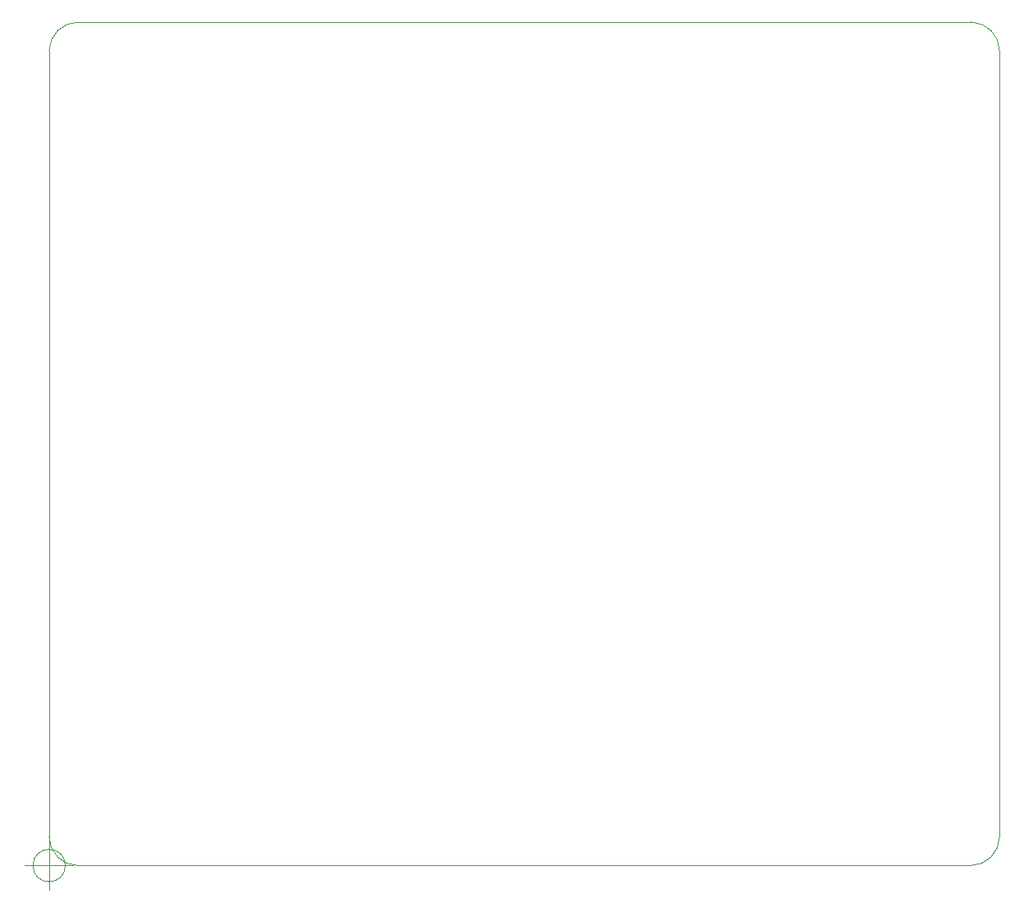
<source format=gm1>
G04 #@! TF.GenerationSoftware,KiCad,Pcbnew,(5.1.0)-1*
G04 #@! TF.CreationDate,2019-04-24T01:44:36+09:00*
G04 #@! TF.ProjectId,mithumboard,6d697468-756d-4626-9f61-72642e6b6963,rev?*
G04 #@! TF.SameCoordinates,Original*
G04 #@! TF.FileFunction,Profile,NP*
%FSLAX46Y46*%
G04 Gerber Fmt 4.6, Leading zero omitted, Abs format (unit mm)*
G04 Created by KiCad (PCBNEW (5.1.0)-1) date 2019-04-24 01:44:36*
%MOMM*%
%LPD*%
G04 APERTURE LIST*
%ADD10C,0.100000*%
G04 APERTURE END LIST*
D10*
X61666666Y-127000000D02*
G75*
G03X61666666Y-127000000I-1666666J0D01*
G01*
X57500000Y-127000000D02*
X62500000Y-127000000D01*
X60000000Y-124500000D02*
X60000000Y-129500000D01*
X63000000Y-127000000D02*
G75*
G02X60000000Y-124000000I0J3000000D01*
G01*
X158000000Y-124000000D02*
G75*
G02X155000000Y-127000000I-3000000J0D01*
G01*
X155000000Y-40000000D02*
G75*
G02X158000000Y-43000000I0J-3000000D01*
G01*
X60000000Y-43000000D02*
G75*
G02X63000000Y-40000000I3000000J0D01*
G01*
X155000000Y-40000000D02*
X63000000Y-40000000D01*
X158000000Y-124000000D02*
X158000000Y-43000000D01*
X63000000Y-127000000D02*
X155000000Y-127000000D01*
X60000000Y-43000000D02*
X60000000Y-124000000D01*
M02*

</source>
